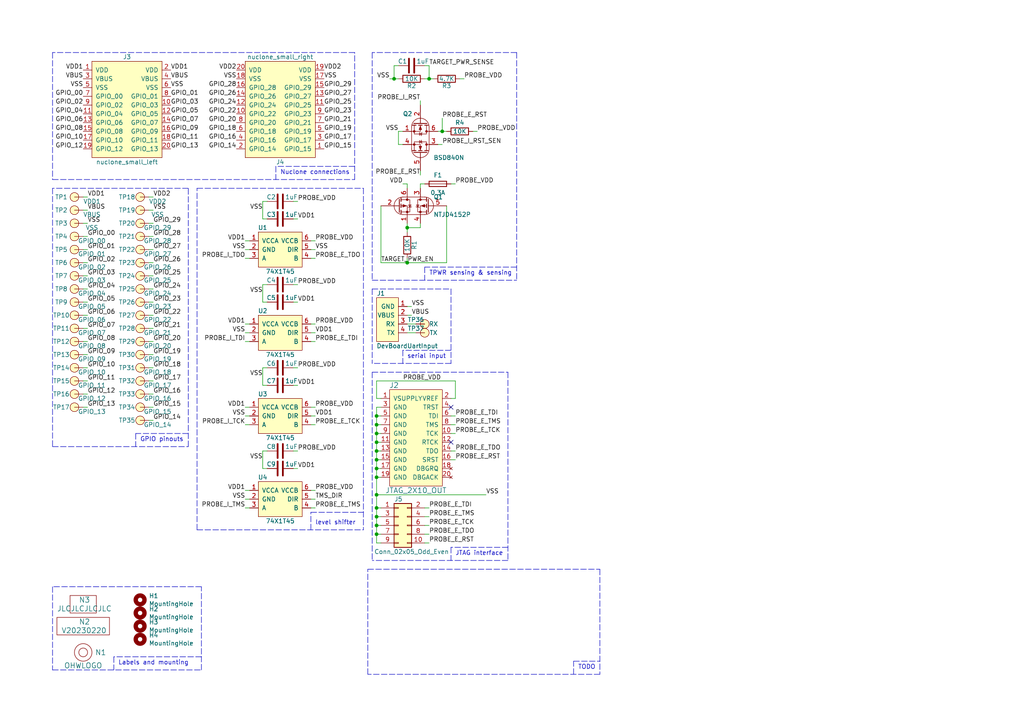
<source format=kicad_sch>
(kicad_sch (version 20211123) (generator eeschema)
  (paper "A4")
  (lib_symbols
    (symbol "Connector_Generic:Conn_02x05_Odd_Even" (pin_names (offset 1.016) hide)
      (property "Reference" "J" (at 1.27 7.62 0))
      (property "Value" "Conn_02x05_Odd_Even" (at 1.27 -7.62 0))
      (symbol "Conn_02x05_Odd_Even_1_1"
        (pin passive line (at -5.08 5.08 0) (length 3.81) (name "Pin_1") (number "1"))
        (pin passive line (at 7.62 -5.08 180) (length 3.81) (name "Pin_10") (number "10"))
        (pin passive line (at 7.62 5.08 180) (length 3.81) (name "Pin_2") (number "2"))
        (pin passive line (at -5.08 2.54 0) (length 3.81) (name "Pin_3") (number "3"))
        (pin passive line (at 7.62 2.54 180) (length 3.81) (name "Pin_4") (number "4"))
        (pin passive line (at -5.08 0 0) (length 3.81) (name "Pin_5") (number "5"))
        (pin passive line (at 7.62 0 180) (length 3.81) (name "Pin_6") (number "6"))
        (pin passive line (at -5.08 -2.54 0) (length 3.81) (name "Pin_7") (number "7"))
        (pin passive line (at 7.62 -2.54 180) (length 3.81) (name "Pin_8") (number "8"))
        (pin passive line (at -5.08 -5.08 0) (length 3.81) (name "Pin_9") (number "9"))
      )
    )
    (symbol "Device:C" (pin_numbers hide) (pin_names (offset 0.254))
      (property "Reference" "C" (at 0.635 2.54 0))
      (property "Value" "C" (at 0.635 -2.54 0))
      (symbol "C_1_1"
        (pin passive line (at 0 3.81 270) (length 2.794) (name "~") (number "1"))
        (pin passive line (at 0 -3.81 90) (length 2.794) (name "~") (number "2"))
      )
    )
    (symbol "Device:Fuse" (pin_numbers hide) (pin_names (offset 0))
      (property "Reference" "F" (at 2.032 0 90))
      (property "Value" "Fuse" (at -1.905 0 90))
      (symbol "Fuse_1_1"
        (pin passive line (at 0 3.81 270) (length 1.27) (name "~") (number "1"))
        (pin passive line (at 0 -3.81 90) (length 1.27) (name "~") (number "2"))
      )
    )
    (symbol "Device:R" (pin_numbers hide) (pin_names (offset 0))
      (property "Reference" "R" (at 2.032 0 90))
      (property "Value" "R" (at 0 0 90))
      (symbol "R_1_1"
        (pin passive line (at 0 3.81 270) (length 1.27) (name "~") (number "1"))
        (pin passive line (at 0 -3.81 90) (length 1.27) (name "~") (number "2"))
      )
    )
    (symbol "Mechanical:MountingHole" (pin_names (offset 1.016))
      (property "Reference" "H" (at 0 5.08 0))
      (property "Value" "MountingHole" (at 0 3.175 0))
    )
    (symbol "SquantorConnectorsNamed:DevBoardUartInput" (pin_names (offset 1.016))
      (property "Reference" "J" (at 0 7.62 0))
      (property "Value" "DevBoardUartInput" (at 0 -7.62 0))
      (symbol "DevBoardUartInput_1_1"
        (pin power_out line (at 5.08 3.81 180) (length 2.54) (name "GND") (number "1"))
        (pin power_out line (at 5.08 1.27 180) (length 2.54) (name "VBUS") (number "2"))
        (pin input line (at 5.08 -1.27 180) (length 2.54) (name "RX") (number "3"))
        (pin output line (at 5.08 -3.81 180) (length 2.54) (name "TX") (number "4"))
      )
    )
    (symbol "SquantorConnectorsNamed:JTAG_2X10_OUT" (pin_names (offset 1.016))
      (property "Reference" "J" (at -2.54 15.24 0))
      (property "Value" "JTAG_2X10_OUT" (at 0 -15.24 0))
      (symbol "JTAG_2X10_OUT_1_1"
        (pin power_in line (at 10.16 11.43 180) (length 2.54) (name "VSUPPLY") (number "1"))
        (pin input line (at -10.16 1.27 0) (length 2.54) (name "TCK") (number "10"))
        (pin power_in line (at 10.16 -1.27 180) (length 2.54) (name "GND") (number "11"))
        (pin output line (at -10.16 -1.27 0) (length 2.54) (name "RTCK") (number "12"))
        (pin power_in line (at 10.16 -3.81 180) (length 2.54) (name "GND") (number "13"))
        (pin output line (at -10.16 -3.81 0) (length 2.54) (name "TDO") (number "14"))
        (pin power_in line (at 10.16 -6.35 180) (length 2.54) (name "GND") (number "15"))
        (pin open_collector line (at -10.16 -6.35 0) (length 2.54) (name "SRST") (number "16"))
        (pin power_in line (at 10.16 -8.89 180) (length 2.54) (name "GND") (number "17"))
        (pin no_connect line (at -10.16 -8.89 0) (length 2.54) (name "DBGRQ") (number "18"))
        (pin power_in line (at 10.16 -11.43 180) (length 2.54) (name "GND") (number "19"))
        (pin power_in line (at -10.16 11.43 0) (length 2.54) (name "VREF") (number "2"))
        (pin no_connect line (at -10.16 -11.43 0) (length 2.54) (name "DBGACK") (number "20"))
        (pin power_in line (at 10.16 8.89 180) (length 2.54) (name "GND") (number "3"))
        (pin open_collector line (at -10.16 8.89 0) (length 2.54) (name "TRST") (number "4"))
        (pin power_in line (at 10.16 6.35 180) (length 2.54) (name "GND") (number "5"))
        (pin input line (at -10.16 6.35 0) (length 2.54) (name "TDI") (number "6"))
        (pin power_in line (at 10.16 3.81 180) (length 2.54) (name "GND") (number "7"))
        (pin bidirectional line (at -10.16 3.81 0) (length 2.54) (name "TMS") (number "8"))
        (pin power_in line (at 10.16 1.27 180) (length 2.54) (name "GND") (number "9"))
      )
    )
    (symbol "SquantorConnectorsNamed:nuclone_small_left" (pin_names (offset 1.016))
      (property "Reference" "J" (at 0 15.24 0))
      (property "Value" "nuclone_small_left" (at 0 -15.24 0))
      (symbol "nuclone_small_left_1_1"
        (pin power_in line (at -12.7 11.43 0) (length 2.54) (name "VDD") (number "1"))
        (pin bidirectional line (at 12.7 1.27 180) (length 2.54) (name "GPIO_03") (number "10"))
        (pin bidirectional line (at -12.7 -1.27 0) (length 2.54) (name "GPIO_04") (number "11"))
        (pin bidirectional line (at 12.7 -1.27 180) (length 2.54) (name "GPIO_05") (number "12"))
        (pin bidirectional line (at -12.7 -3.81 0) (length 2.54) (name "GPIO_06") (number "13"))
        (pin bidirectional line (at 12.7 -3.81 180) (length 2.54) (name "GPIO_07") (number "14"))
        (pin bidirectional line (at -12.7 -6.35 0) (length 2.54) (name "GPIO_08") (number "15"))
        (pin bidirectional line (at 12.7 -6.35 180) (length 2.54) (name "GPIO_09") (number "16"))
        (pin bidirectional line (at -12.7 -8.89 0) (length 2.54) (name "GPIO_10") (number "17"))
        (pin bidirectional line (at 12.7 -8.89 180) (length 2.54) (name "GPIO_11") (number "18"))
        (pin bidirectional line (at -12.7 -11.43 0) (length 2.54) (name "GPIO_12") (number "19"))
        (pin power_in line (at 12.7 11.43 180) (length 2.54) (name "VDD") (number "2"))
        (pin bidirectional line (at 12.7 -11.43 180) (length 2.54) (name "GPIO_13") (number "20"))
        (pin power_in line (at -12.7 8.89 0) (length 2.54) (name "VBUS") (number "3"))
        (pin power_in line (at 12.7 8.89 180) (length 2.54) (name "VBUS") (number "4"))
        (pin power_in line (at -12.7 6.35 0) (length 2.54) (name "VSS") (number "5"))
        (pin power_in line (at 12.7 6.35 180) (length 2.54) (name "VSS") (number "6"))
        (pin bidirectional line (at -12.7 3.81 0) (length 2.54) (name "GPIO_00") (number "7"))
        (pin bidirectional line (at 12.7 3.81 180) (length 2.54) (name "GPIO_01") (number "8"))
        (pin bidirectional line (at -12.7 1.27 0) (length 2.54) (name "GPIO_02") (number "9"))
      )
    )
    (symbol "SquantorConnectorsNamed:nuclone_small_right" (pin_names (offset 1.016))
      (property "Reference" "J" (at 0 -15.24 0))
      (property "Value" "nuclone_small_right" (at 0 15.24 0))
      (symbol "nuclone_small_right_1_1"
        (pin bidirectional line (at 12.7 -11.43 180) (length 2.54) (name "GPIO_15") (number "1"))
        (pin bidirectional line (at -12.7 -1.27 0) (length 2.54) (name "GPIO_22") (number "10"))
        (pin bidirectional line (at 12.7 1.27 180) (length 2.54) (name "GPIO_25") (number "11"))
        (pin bidirectional line (at -12.7 1.27 0) (length 2.54) (name "GPIO_24") (number "12"))
        (pin bidirectional line (at 12.7 3.81 180) (length 2.54) (name "GPIO_27") (number "13"))
        (pin bidirectional line (at -12.7 3.81 0) (length 2.54) (name "GPIO_26") (number "14"))
        (pin bidirectional line (at 12.7 6.35 180) (length 2.54) (name "GPIO_29") (number "15"))
        (pin bidirectional line (at -12.7 6.35 0) (length 2.54) (name "GPIO_28") (number "16"))
        (pin power_in line (at 12.7 8.89 180) (length 2.54) (name "VSS") (number "17"))
        (pin power_in line (at -12.7 8.89 0) (length 2.54) (name "VSS") (number "18"))
        (pin power_in line (at 12.7 11.43 180) (length 2.54) (name "VDD") (number "19"))
        (pin bidirectional line (at -12.7 -11.43 0) (length 2.54) (name "GPIO_14") (number "2"))
        (pin power_in line (at -12.7 11.43 0) (length 2.54) (name "VDD") (number "20"))
        (pin bidirectional line (at 12.7 -8.89 180) (length 2.54) (name "GPIO_17") (number "3"))
        (pin bidirectional line (at -12.7 -8.89 0) (length 2.54) (name "GPIO_16") (number "4"))
        (pin bidirectional line (at 12.7 -6.35 180) (length 2.54) (name "GPIO_19") (number "5"))
        (pin bidirectional line (at -12.7 -6.35 0) (length 2.54) (name "GPIO_18") (number "6"))
        (pin bidirectional line (at 12.7 -3.81 180) (length 2.54) (name "GPIO_21") (number "7"))
        (pin bidirectional line (at -12.7 -3.81 0) (length 2.54) (name "GPIO_20") (number "8"))
        (pin bidirectional line (at 12.7 -1.27 180) (length 2.54) (name "GPIO_23") (number "9"))
      )
    )
    (symbol "SquantorDevice:Q_NMOS_DUAL" (pin_names (offset 0) hide)
      (property "Reference" "Q" (at 5.08 3.81 0))
      (property "Value" "Q_NMOS_DUAL" (at 5.08 -3.81 0))
      (symbol "Q_NMOS_DUAL_1_1"
        (pin passive line (at -1.27 -5.08 90) (length 2.54) (name "S1") (number "1"))
        (pin input line (at -8.89 0 0) (length 5.08) (name "G1") (number "2"))
        (pin passive line (at 2.54 5.08 270) (length 2.54) (name "D2") (number "3"))
        (pin passive line (at 2.54 -5.08 90) (length 2.54) (name "S2") (number "4"))
        (pin passive line (at 10.16 0 180) (length 5.08) (name "G2") (number "5"))
        (pin passive line (at -1.27 5.08 270) (length 2.54) (name "D1") (number "6"))
      )
    )
    (symbol "SquantorDevice:Q_PMOS_DUAL" (pin_names (offset 0) hide)
      (property "Reference" "Q" (at 6.35 2.54 0))
      (property "Value" "Q_PMOS_DUAL" (at 6.35 -2.54 0))
      (symbol "Q_PMOS_DUAL_1_1"
        (pin passive line (at -1.27 -5.08 90) (length 2.54) (name "S1") (number "1"))
        (pin input line (at -8.89 0 0) (length 5.08) (name "G1") (number "2"))
        (pin passive line (at 2.54 5.08 270) (length 2.54) (name "D2") (number "3"))
        (pin passive line (at 2.54 -5.08 90) (length 2.54) (name "S2") (number "4"))
        (pin input line (at 10.16 0 180) (length 5.08) (name "G2") (number "5"))
        (pin passive line (at -1.27 5.08 270) (length 2.54) (name "D1") (number "6"))
      )
    )
    (symbol "SquantorLabels:Label" (pin_names (offset 1.016))
      (property "Reference" "N" (at 0 1.27 0))
      (property "Value" "Label" (at 0 -1.27 0))
    )
    (symbol "SquantorLabels:OHWLOGO" (pin_names (offset 1.016))
      (property "Reference" "N" (at 0 3.81 0))
      (property "Value" "OHWLOGO" (at 0 -3.81 0))
    )
    (symbol "SquantorLabels:VYYYYMMDD" (pin_names (offset 1.016))
      (property "Reference" "N" (at 0 2.54 0))
      (property "Value" "VYYYYMMDD" (at 0 0 0))
    )
    (symbol "SquantorLogic:74X1T45" (pin_names (offset 1.016))
      (property "Reference" "U" (at 0 6.35 0))
      (property "Value" "74X1T45" (at 0 -6.35 0))
      (symbol "74X1T45_1_1"
        (pin power_in line (at -8.89 2.54 0) (length 2.54) (name "VCCA") (number "1"))
        (pin power_in line (at -8.89 0 0) (length 2.54) (name "GND") (number "2"))
        (pin bidirectional line (at -8.89 -2.54 0) (length 2.54) (name "A") (number "3"))
        (pin bidirectional line (at 8.89 -2.54 180) (length 2.54) (name "B") (number "4"))
        (pin input line (at 8.89 0 180) (length 2.54) (name "DIR") (number "5"))
        (pin power_in line (at 8.89 2.54 180) (length 2.54) (name "VCCB") (number "6"))
      )
    )
    (symbol "SquantorProto:testpad" (pin_numbers hide) (pin_names (offset 1.016) hide)
      (property "Reference" "TP" (at 0 2.54 0))
      (property "Value" "testpad" (at 0 -2.54 0))
      (symbol "testpad_1_1"
        (pin passive line (at -2.54 0 0) (length 2.54) (name "1") (number "1"))
      )
    )
  )
  (junction (at 109.22 120.65))
  (junction (at 114.3 22.86))
  (junction (at 118.11 76.2))
  (junction (at 124.46 22.86))
  (junction (at 109.22 133.35))
  (junction (at 118.11 66.04))
  (junction (at 109.22 130.81))
  (junction (at 109.22 147.32))
  (junction (at 109.22 135.89))
  (junction (at 109.22 123.19))
  (junction (at 109.22 143.51))
  (junction (at 109.22 125.73))
  (junction (at 109.22 152.4))
  (junction (at 128.27 38.1))
  (junction (at 109.22 138.43))
  (junction (at 109.22 149.86))
  (junction (at 109.22 154.94))
  (junction (at 109.22 128.27))
  (no_connect (at 130.81 118.11))
  (no_connect (at 130.81 128.27))
  (wire (pts (xy 85.09 58.42) (xy 86.36 58.42)))
  (wire (pts (xy 24.13 102.87) (xy 25.4 102.87)))
  (wire (pts (xy 123.19 157.48) (xy 124.46 157.48)))
  (wire (pts (xy 90.17 99.06) (xy 91.44 99.06)))
  (wire (pts (xy 109.22 135.89) (xy 109.22 138.43)))
  (wire (pts (xy 118.11 93.98) (xy 120.65 93.98)))
  (wire (pts (xy 90.17 72.39) (xy 91.44 72.39)))
  (polyline (pts (xy 39.37 125.73) (xy 39.37 129.54)))
  (wire (pts (xy 24.13 60.96) (xy 25.4 60.96)))
  (wire (pts (xy 24.13 110.49) (xy 25.4 110.49)))
  (wire (pts (xy 124.46 22.86) (xy 123.19 22.86)))
  (wire (pts (xy 90.17 93.98) (xy 91.44 93.98)))
  (polyline (pts (xy 102.87 15.24) (xy 15.24 15.24)))
  (wire (pts (xy 90.17 144.78) (xy 91.44 144.78)))
  (wire (pts (xy 121.92 54.61) (xy 121.92 53.34)))
  (wire (pts (xy 44.45 68.58) (xy 43.18 68.58)))
  (wire (pts (xy 109.22 128.27) (xy 110.49 128.27)))
  (wire (pts (xy 109.22 147.32) (xy 109.22 149.86)))
  (wire (pts (xy 25.4 64.77) (xy 24.13 64.77)))
  (wire (pts (xy 109.22 149.86) (xy 109.22 152.4)))
  (polyline (pts (xy 105.41 54.61) (xy 105.41 153.67)))
  (wire (pts (xy 25.4 106.68) (xy 24.13 106.68)))
  (wire (pts (xy 109.22 120.65) (xy 109.22 118.11)))
  (wire (pts (xy 43.18 102.87) (xy 44.45 102.87)))
  (wire (pts (xy 114.3 19.05) (xy 114.3 22.86)))
  (polyline (pts (xy 58.42 194.31) (xy 58.42 170.18)))
  (wire (pts (xy 110.49 76.2) (xy 118.11 76.2)))
  (wire (pts (xy 44.45 118.11) (xy 43.18 118.11)))
  (wire (pts (xy 109.22 133.35) (xy 109.22 130.81)))
  (polyline (pts (xy 54.61 129.54) (xy 54.61 54.61)))
  (polyline (pts (xy 149.86 77.47) (xy 123.19 77.47)))
  (wire (pts (xy 71.12 120.65) (xy 72.39 120.65)))
  (polyline (pts (xy 107.95 83.82) (xy 107.95 105.41)))
  (wire (pts (xy 76.2 87.63) (xy 77.47 87.63)))
  (wire (pts (xy 118.11 96.52) (xy 120.65 96.52)))
  (wire (pts (xy 76.2 135.89) (xy 77.47 135.89)))
  (wire (pts (xy 130.81 125.73) (xy 132.08 125.73)))
  (wire (pts (xy 25.4 114.3) (xy 24.13 114.3)))
  (polyline (pts (xy 54.61 125.73) (xy 39.37 125.73)))
  (wire (pts (xy 109.22 128.27) (xy 109.22 125.73)))
  (wire (pts (xy 130.81 120.65) (xy 132.08 120.65)))
  (polyline (pts (xy 15.24 129.54) (xy 54.61 129.54)))
  (wire (pts (xy 71.12 123.19) (xy 72.39 123.19)))
  (wire (pts (xy 25.4 76.2) (xy 24.13 76.2)))
  (polyline (pts (xy 90.17 153.67) (xy 90.17 148.59)))
  (wire (pts (xy 109.22 154.94) (xy 110.49 154.94)))
  (wire (pts (xy 109.22 125.73) (xy 110.49 125.73)))
  (polyline (pts (xy 102.87 48.26) (xy 80.01 48.26)))
  (wire (pts (xy 109.22 143.51) (xy 109.22 138.43)))
  (wire (pts (xy 76.2 106.68) (xy 76.2 111.76)))
  (wire (pts (xy 85.09 135.89) (xy 86.36 135.89)))
  (wire (pts (xy 109.22 152.4) (xy 110.49 152.4)))
  (wire (pts (xy 77.47 82.55) (xy 76.2 82.55)))
  (wire (pts (xy 130.81 130.81) (xy 132.08 130.81)))
  (wire (pts (xy 109.22 157.48) (xy 110.49 157.48)))
  (wire (pts (xy 109.22 123.19) (xy 110.49 123.19)))
  (wire (pts (xy 118.11 76.2) (xy 129.54 76.2)))
  (polyline (pts (xy 130.81 158.75) (xy 130.81 162.56)))
  (wire (pts (xy 109.22 135.89) (xy 110.49 135.89)))
  (wire (pts (xy 76.2 82.55) (xy 76.2 87.63)))
  (polyline (pts (xy 106.68 165.1) (xy 173.99 165.1)))
  (polyline (pts (xy 54.61 54.61) (xy 15.24 54.61)))
  (wire (pts (xy 76.2 58.42) (xy 76.2 63.5)))
  (wire (pts (xy 121.92 49.53) (xy 121.92 50.8)))
  (wire (pts (xy 109.22 133.35) (xy 110.49 133.35)))
  (polyline (pts (xy 57.15 54.61) (xy 105.41 54.61)))
  (polyline (pts (xy 123.19 77.47) (xy 123.19 81.28)))
  (wire (pts (xy 118.11 88.9) (xy 119.38 88.9)))
  (polyline (pts (xy 173.99 165.1) (xy 173.99 195.58)))
  (wire (pts (xy 24.13 95.25) (xy 25.4 95.25)))
  (wire (pts (xy 123.19 147.32) (xy 124.46 147.32)))
  (wire (pts (xy 123.19 154.94) (xy 124.46 154.94)))
  (wire (pts (xy 115.57 41.91) (xy 116.84 41.91)))
  (wire (pts (xy 123.19 152.4) (xy 124.46 152.4)))
  (wire (pts (xy 109.22 143.51) (xy 109.22 147.32)))
  (polyline (pts (xy 107.95 107.95) (xy 107.95 162.56)))
  (wire (pts (xy 132.08 53.34) (xy 130.81 53.34)))
  (wire (pts (xy 85.09 111.76) (xy 86.36 111.76)))
  (wire (pts (xy 109.22 138.43) (xy 110.49 138.43)))
  (polyline (pts (xy 15.24 170.18) (xy 15.24 194.31)))
  (polyline (pts (xy 15.24 54.61) (xy 15.24 129.54)))
  (wire (pts (xy 90.17 147.32) (xy 91.44 147.32)))
  (wire (pts (xy 130.81 123.19) (xy 132.08 123.19)))
  (wire (pts (xy 116.84 38.1) (xy 115.57 38.1)))
  (wire (pts (xy 115.57 22.86) (xy 114.3 22.86)))
  (wire (pts (xy 85.09 63.5) (xy 86.36 63.5)))
  (polyline (pts (xy 58.42 170.18) (xy 15.24 170.18)))
  (wire (pts (xy 44.45 99.06) (xy 43.18 99.06)))
  (wire (pts (xy 71.12 144.78) (xy 72.39 144.78)))
  (wire (pts (xy 76.2 111.76) (xy 77.47 111.76)))
  (wire (pts (xy 110.49 115.57) (xy 109.22 115.57)))
  (wire (pts (xy 90.17 142.24) (xy 91.44 142.24)))
  (wire (pts (xy 90.17 123.19) (xy 91.44 123.19)))
  (wire (pts (xy 118.11 74.93) (xy 118.11 76.2)))
  (wire (pts (xy 118.11 66.04) (xy 118.11 67.31)))
  (wire (pts (xy 44.45 106.68) (xy 43.18 106.68)))
  (wire (pts (xy 85.09 87.63) (xy 86.36 87.63)))
  (wire (pts (xy 43.18 72.39) (xy 44.45 72.39)))
  (wire (pts (xy 132.08 115.57) (xy 130.81 115.57)))
  (wire (pts (xy 43.18 80.01) (xy 44.45 80.01)))
  (wire (pts (xy 118.11 64.77) (xy 118.11 66.04)))
  (wire (pts (xy 109.22 135.89) (xy 109.22 133.35)))
  (wire (pts (xy 137.16 38.1) (xy 138.43 38.1)))
  (wire (pts (xy 109.22 118.11) (xy 110.49 118.11)))
  (wire (pts (xy 116.84 53.34) (xy 118.11 53.34)))
  (wire (pts (xy 123.19 19.05) (xy 124.46 19.05)))
  (wire (pts (xy 118.11 53.34) (xy 118.11 54.61)))
  (wire (pts (xy 24.13 72.39) (xy 25.4 72.39)))
  (wire (pts (xy 25.4 99.06) (xy 24.13 99.06)))
  (wire (pts (xy 43.18 121.92) (xy 44.45 121.92)))
  (wire (pts (xy 71.12 93.98) (xy 72.39 93.98)))
  (wire (pts (xy 43.18 114.3) (xy 44.45 114.3)))
  (wire (pts (xy 90.17 120.65) (xy 91.44 120.65)))
  (wire (pts (xy 125.73 22.86) (xy 124.46 22.86)))
  (wire (pts (xy 114.3 19.05) (xy 115.57 19.05)))
  (polyline (pts (xy 116.84 101.6) (xy 116.84 105.41)))
  (polyline (pts (xy 15.24 194.31) (xy 58.42 194.31)))
  (polyline (pts (xy 149.86 15.24) (xy 149.86 81.28)))
  (wire (pts (xy 44.45 60.96) (xy 43.18 60.96)))
  (polyline (pts (xy 80.01 48.26) (xy 80.01 52.07)))
  (wire (pts (xy 77.47 130.81) (xy 76.2 130.81)))
  (polyline (pts (xy 107.95 81.28) (xy 149.86 81.28)))
  (wire (pts (xy 71.12 142.24) (xy 72.39 142.24)))
  (polyline (pts (xy 102.87 52.07) (xy 102.87 15.24)))
  (wire (pts (xy 24.13 87.63) (xy 25.4 87.63)))
  (wire (pts (xy 118.11 66.04) (xy 121.92 66.04)))
  (polyline (pts (xy 57.15 153.67) (xy 105.41 153.67)))
  (wire (pts (xy 24.13 118.11) (xy 25.4 118.11)))
  (wire (pts (xy 121.92 66.04) (xy 121.92 64.77)))
  (polyline (pts (xy 130.81 101.6) (xy 116.84 101.6)))
  (wire (pts (xy 85.09 130.81) (xy 86.36 130.81)))
  (wire (pts (xy 44.45 91.44) (xy 43.18 91.44)))
  (polyline (pts (xy 15.24 15.24) (xy 15.24 52.07)))
  (polyline (pts (xy 15.24 52.07) (xy 102.87 52.07)))
  (wire (pts (xy 71.12 147.32) (xy 72.39 147.32)))
  (wire (pts (xy 43.18 95.25) (xy 44.45 95.25)))
  (wire (pts (xy 90.17 69.85) (xy 91.44 69.85)))
  (wire (pts (xy 85.09 106.68) (xy 86.36 106.68)))
  (polyline (pts (xy 147.32 162.56) (xy 107.95 162.56)))
  (wire (pts (xy 90.17 118.11) (xy 91.44 118.11)))
  (wire (pts (xy 130.81 133.35) (xy 132.08 133.35)))
  (polyline (pts (xy 106.68 195.58) (xy 106.68 165.1)))
  (wire (pts (xy 140.97 143.51) (xy 109.22 143.51)))
  (wire (pts (xy 132.08 110.49) (xy 132.08 115.57)))
  (wire (pts (xy 25.4 57.15) (xy 24.13 57.15)))
  (wire (pts (xy 109.22 149.86) (xy 110.49 149.86)))
  (wire (pts (xy 128.27 41.91) (xy 127 41.91)))
  (wire (pts (xy 128.27 38.1) (xy 127 38.1)))
  (wire (pts (xy 109.22 123.19) (xy 109.22 120.65)))
  (polyline (pts (xy 147.32 158.75) (xy 130.81 158.75)))
  (wire (pts (xy 71.12 74.93) (xy 72.39 74.93)))
  (polyline (pts (xy 147.32 107.95) (xy 147.32 162.56)))
  (wire (pts (xy 71.12 96.52) (xy 72.39 96.52)))
  (polyline (pts (xy 166.37 195.58) (xy 166.37 191.77)))
  (wire (pts (xy 71.12 118.11) (xy 72.39 118.11)))
  (wire (pts (xy 109.22 147.32) (xy 110.49 147.32)))
  (wire (pts (xy 123.19 149.86) (xy 124.46 149.86)))
  (wire (pts (xy 109.22 110.49) (xy 132.08 110.49)))
  (wire (pts (xy 109.22 130.81) (xy 109.22 128.27)))
  (wire (pts (xy 43.18 57.15) (xy 44.45 57.15)))
  (wire (pts (xy 90.17 74.93) (xy 91.44 74.93)))
  (polyline (pts (xy 58.42 190.5) (xy 33.02 190.5)))
  (wire (pts (xy 109.22 152.4) (xy 109.22 154.94)))
  (wire (pts (xy 25.4 68.58) (xy 24.13 68.58)))
  (wire (pts (xy 71.12 99.06) (xy 72.39 99.06)))
  (wire (pts (xy 115.57 38.1) (xy 115.57 41.91)))
  (wire (pts (xy 25.4 83.82) (xy 24.13 83.82)))
  (wire (pts (xy 128.27 34.29) (xy 128.27 38.1)))
  (wire (pts (xy 109.22 154.94) (xy 109.22 157.48)))
  (wire (pts (xy 76.2 130.81) (xy 76.2 135.89)))
  (wire (pts (xy 77.47 106.68) (xy 76.2 106.68)))
  (polyline (pts (xy 107.95 107.95) (xy 147.32 107.95)))
  (wire (pts (xy 109.22 125.73) (xy 109.22 123.19)))
  (wire (pts (xy 133.35 22.86) (xy 134.62 22.86)))
  (polyline (pts (xy 90.17 148.59) (xy 105.41 148.59)))
  (wire (pts (xy 109.22 130.81) (xy 110.49 130.81)))
  (wire (pts (xy 109.22 120.65) (xy 110.49 120.65)))
  (wire (pts (xy 121.92 30.48) (xy 121.92 29.21)))
  (polyline (pts (xy 130.81 83.82) (xy 130.81 105.41)))
  (wire (pts (xy 25.4 91.44) (xy 24.13 91.44)))
  (wire (pts (xy 85.09 82.55) (xy 86.36 82.55)))
  (wire (pts (xy 43.18 110.49) (xy 44.45 110.49)))
  (wire (pts (xy 109.22 115.57) (xy 109.22 110.49)))
  (polyline (pts (xy 107.95 15.24) (xy 107.95 81.28)))
  (wire (pts (xy 43.18 87.63) (xy 44.45 87.63)))
  (polyline (pts (xy 173.99 195.58) (xy 106.68 195.58)))
  (wire (pts (xy 110.49 76.2) (xy 110.49 59.69)))
  (wire (pts (xy 77.47 58.42) (xy 76.2 58.42)))
  (wire (pts (xy 90.17 96.52) (xy 91.44 96.52)))
  (wire (pts (xy 44.45 83.82) (xy 43.18 83.82)))
  (polyline (pts (xy 107.95 83.82) (xy 130.81 83.82)))
  (wire (pts (xy 24.13 80.01) (xy 25.4 80.01)))
  (wire (pts (xy 129.54 76.2) (xy 129.54 59.69)))
  (wire (pts (xy 43.18 64.77) (xy 44.45 64.77)))
  (wire (pts (xy 124.46 19.05) (xy 124.46 22.86)))
  (wire (pts (xy 129.54 38.1) (xy 128.27 38.1)))
  (wire (pts (xy 76.2 63.5) (xy 77.47 63.5)))
  (wire (pts (xy 44.45 76.2) (xy 43.18 76.2)))
  (polyline (pts (xy 57.15 153.67) (xy 57.15 54.61)))
  (polyline (pts (xy 130.81 105.41) (xy 107.95 105.41)))
  (polyline (pts (xy 149.86 15.24) (xy 107.95 15.24)))
  (polyline (pts (xy 33.02 190.5) (xy 33.02 194.31)))
  (wire (pts (xy 118.11 91.44) (xy 119.38 91.44)))
  (wire (pts (xy 114.3 22.86) (xy 113.03 22.86)))
  (polyline (pts (xy 166.37 191.77) (xy 173.99 191.77)))
  (wire (pts (xy 71.12 72.39) (xy 72.39 72.39)))
  (wire (pts (xy 121.92 53.34) (xy 123.19 53.34)))
  (wire (pts (xy 71.12 69.85) (xy 72.39 69.85)))
  (text "JTAG interface" (at 132.08 161.29 0) (effects (font (size 1.27 1.27)) (justify left bottom)))
  (text "Nuclone connections" (at 81.28 50.8 0) (effects (font (size 1.27 1.27)) (justify left bottom)))
  (text "TODO" (at 167.64 194.31 0) (effects (font (size 1.27 1.27)) (justify left bottom)))
  (text "level shifter" (at 91.44 152.4 0) (effects (font (size 1.27 1.27)) (justify left bottom)))
  (text "serial input" (at 118.11 104.14 0) (effects (font (size 1.27 1.27)) (justify left bottom)))
  (text "TPWR sensing & sensing" (at 124.46 80.01 0) (effects (font (size 1.27 1.27)) (justify left bottom)))
  (text "Labels and mounting" (at 34.29 193.04 0) (effects (font (size 1.27 1.27)) (justify left bottom)))
  (text "GPIO pinouts" (at 40.64 128.27 0) (effects (font (size 1.27 1.27)) (justify left bottom)))
  (label "PROBE_I_TDO" (at 71.12 74.93 180))
  (label "VBUS" (at 49.53 22.86 0))
  (label "VDD1" (at 71.12 142.24 180))
  (label "GPIO_08" (at 25.4 99.06 0))
  (label "GPIO_24" (at 44.45 83.82 0))
  (label "GPIO_02" (at 25.4 76.2 0))
  (label "VDD1" (at 71.12 118.11 180))
  (label "GPIO_05" (at 49.53 33.02 0))
  (label "PROBE_E_TDO" (at 91.44 74.93 0))
  (label "VDD1" (at 86.36 135.89 0))
  (label "VSS" (at 93.98 22.86 0))
  (label "PROBE_E_RST" (at 124.46 157.48 0))
  (label "VDD2" (at 44.45 57.15 0))
  (label "VSS" (at 71.12 72.39 180))
  (label "VDD1" (at 91.44 96.52 0))
  (label "PROBE_E_TMS" (at 124.46 149.86 0))
  (label "VDD" (at 116.84 53.34 180))
  (label "VSS" (at 76.2 60.96 180))
  (label "GPIO_27" (at 93.98 27.94 0))
  (label "GPIO_12" (at 25.4 114.3 0))
  (label "PROBE_E_RST" (at 132.08 133.35 0))
  (label "VSS" (at 71.12 96.52 180))
  (label "GPIO_11" (at 25.4 110.49 0))
  (label "VSS" (at 71.12 120.65 180))
  (label "GPIO_20" (at 68.58 35.56 180))
  (label "GPIO_16" (at 68.58 40.64 180))
  (label "VDD2" (at 93.98 20.32 0))
  (label "VSS" (at 115.57 38.1 180))
  (label "VDD1" (at 91.44 120.65 0))
  (label "PROBE_VDD" (at 138.43 38.1 0))
  (label "GPIO_23" (at 93.98 33.02 0))
  (label "PROBE_I_RST_SEN" (at 128.27 41.91 0))
  (label "GPIO_04" (at 25.4 83.82 0))
  (label "PROBE_VDD" (at 86.36 130.81 0))
  (label "PROBE_E_TDI" (at 132.08 120.65 0))
  (label "VSS" (at 49.53 25.4 0))
  (label "GPIO_15" (at 93.98 43.18 0))
  (label "VSS" (at 76.2 133.35 180))
  (label "VSS" (at 113.03 22.86 180))
  (label "GPIO_09" (at 49.53 38.1 0))
  (label "GPIO_26" (at 44.45 76.2 0))
  (label "GPIO_03" (at 25.4 80.01 0))
  (label "GPIO_12" (at 24.13 43.18 180))
  (label "GPIO_22" (at 44.45 91.44 0))
  (label "GPIO_22" (at 68.58 33.02 180))
  (label "GPIO_26" (at 68.58 27.94 180))
  (label "VDD1" (at 71.12 69.85 180))
  (label "GPIO_06" (at 24.13 35.56 180))
  (label "TARGET_PWR_EN" (at 110.49 76.2 0))
  (label "TMS_DIR" (at 91.44 144.78 0))
  (label "PROBE_E_TCK" (at 124.46 152.4 0))
  (label "GPIO_19" (at 93.98 38.1 0))
  (label "VDD1" (at 49.53 20.32 0))
  (label "GPIO_29" (at 93.98 25.4 0))
  (label "GPIO_19" (at 44.45 102.87 0))
  (label "VDD1" (at 24.13 20.32 180))
  (label "VDD1" (at 25.4 57.15 0))
  (label "VBUS" (at 24.13 22.86 180))
  (label "GPIO_00" (at 24.13 27.94 180))
  (label "PROBE_VDD" (at 91.44 69.85 0))
  (label "GPIO_07" (at 25.4 95.25 0))
  (label "GPIO_27" (at 44.45 72.39 0))
  (label "GPIO_16" (at 44.45 114.3 0))
  (label "VDD2" (at 68.58 20.32 180))
  (label "GPIO_04" (at 24.13 33.02 180))
  (label "PROBE_E_TCK" (at 132.08 125.73 0))
  (label "PROBE_VDD" (at 91.44 142.24 0))
  (label "PROBE_E_TDI" (at 124.46 147.32 0))
  (label "GPIO_03" (at 49.53 30.48 0))
  (label "GPIO_21" (at 93.98 35.56 0))
  (label "GPIO_20" (at 44.45 99.06 0))
  (label "VSS" (at 76.2 109.22 180))
  (label "GPIO_10" (at 24.13 40.64 180))
  (label "VDD1" (at 86.36 63.5 0))
  (label "PROBE_I_TDI" (at 71.12 99.06 180))
  (label "PROBE_VDD" (at 86.36 58.42 0))
  (label "VDD1" (at 86.36 87.63 0))
  (label "VBUS" (at 25.4 60.96 0))
  (label "GPIO_29" (at 44.45 64.77 0))
  (label "GPIO_18" (at 68.58 38.1 180))
  (label "PROBE_E_RST" (at 128.27 34.29 0))
  (label "PROBE_E_TDO" (at 124.46 154.94 0))
  (label "PROBE_I_TCK" (at 71.12 123.19 180))
  (label "GPIO_25" (at 44.45 80.01 0))
  (label "VSS" (at 25.4 64.77 0))
  (label "GPIO_01" (at 25.4 72.39 0))
  (label "VSS" (at 119.38 88.9 0))
  (label "GPIO_09" (at 25.4 102.87 0))
  (label "VSS" (at 91.44 72.39 0))
  (label "PROBE_I_RST" (at 121.92 29.21 180))
  (label "GPIO_23" (at 44.45 87.63 0))
  (label "GPIO_10" (at 25.4 106.68 0))
  (label "GPIO_28" (at 68.58 25.4 180))
  (label "PROBE_E_TMS" (at 132.08 123.19 0))
  (label "GPIO_05" (at 25.4 87.63 0))
  (label "GPIO_24" (at 68.58 30.48 180))
  (label "PROBE_E_TCK" (at 91.44 123.19 0))
  (label "PROBE_E_TDO" (at 132.08 130.81 0))
  (label "PROBE_I_TMS" (at 71.12 147.32 180))
  (label "VSS" (at 140.97 143.51 0))
  (label "GPIO_21" (at 44.45 95.25 0))
  (label "PROBE_E_TDI" (at 91.44 99.06 0))
  (label "GPIO_08" (at 24.13 38.1 180))
  (label "VSS" (at 24.13 25.4 180))
  (label "GPIO_17" (at 44.45 110.49 0))
  (label "PROBE_VDD" (at 86.36 106.68 0))
  (label "VSS" (at 68.58 22.86 180))
  (label "PROBE_VDD" (at 91.44 93.98 0))
  (label "GPIO_25" (at 93.98 30.48 0))
  (label "PROBE_E_RST" (at 121.92 50.8 180))
  (label "PROBE_VDD" (at 134.62 22.86 0))
  (label "GPIO_14" (at 44.45 121.92 0))
  (label "GPIO_06" (at 25.4 91.44 0))
  (label "GPIO_14" (at 68.58 43.18 180))
  (label "GPIO_18" (at 44.45 106.68 0))
  (label "GPIO_15" (at 44.45 118.11 0))
  (label "PROBE_VDD" (at 91.44 118.11 0))
  (label "VSS" (at 76.2 85.09 180))
  (label "GPIO_02" (at 24.13 30.48 180))
  (label "PROBE_E_TMS" (at 91.44 147.32 0))
  (label "GPIO_11" (at 49.53 40.64 0))
  (label "GPIO_01" (at 49.53 27.94 0))
  (label "GPIO_13" (at 25.4 118.11 0))
  (label "VDD1" (at 71.12 93.98 180))
  (label "GPIO_17" (at 93.98 40.64 0))
  (label "GPIO_28" (at 44.45 68.58 0))
  (label "VDD1" (at 86.36 111.76 0))
  (label "VBUS" (at 119.38 91.44 0))
  (label "TARGET_PWR_SENSE" (at 124.46 19.05 0))
  (label "GPIO_13" (at 49.53 43.18 0))
  (label "PROBE_VDD" (at 116.84 110.49 0))
  (label "GPIO_07" (at 49.53 35.56 0))
  (label "PROBE_VDD" (at 86.36 82.55 0))
  (label "VSS" (at 71.12 144.78 180))
  (label "PROBE_VDD" (at 132.08 53.34 0))
  (label "GPIO_00" (at 25.4 68.58 0))
  (label "VSS" (at 44.45 60.96 0))
  (symbol (lib_id "SquantorLabels:OHWLOGO") (at 24.13 189.23 0) (unit 1)
    (property "Reference" "N1" (at 29.21 189.23 0) (effects (font (size 1.524 1.524))))
    (property "Value" "OHWLOGO" (at 24.13 193.04 0) (effects (font (size 1.524 1.524))))
    (property "Footprint" "Symbols:OSHW-Symbol_6.7x6mm_SilkScreen" (effects hide))
  )
  (symbol (lib_id "Mechanical:MountingHole") (at 40.64 185.42 0) (unit 1)
    (property "Reference" "H4" (at 43.18 184.2516 0) (effects (justify left)))
    (property "Value" "MountingHole" (at 43.18 186.563 0) (effects (justify left)))
    (property "Footprint" "MountingHole:MountingHole_3.2mm_M3_Pad_Via" (effects hide))
  )
  (symbol (lib_id "Mechanical:MountingHole") (at 40.64 181.61 0) (unit 1)
    (property "Reference" "H3" (at 43.18 180.4416 0) (effects (justify left)))
    (property "Value" "MountingHole" (at 43.18 182.753 0) (effects (justify left)))
    (property "Footprint" "MountingHole:MountingHole_3.2mm_M3_Pad_Via" (effects hide))
  )
  (symbol (lib_id "Mechanical:MountingHole") (at 40.64 177.8 0) (unit 1)
    (property "Reference" "H2" (at 43.18 176.6316 0) (effects (justify left)))
    (property "Value" "MountingHole" (at 43.18 178.943 0) (effects (justify left)))
    (property "Footprint" "MountingHole:MountingHole_3.2mm_M3_Pad_Via" (effects hide))
  )
  (symbol (lib_id "Mechanical:MountingHole") (at 40.64 173.99 0) (unit 1)
    (property "Reference" "H1" (at 43.18 172.8216 0) (effects (justify left)))
    (property "Value" "MountingHole" (at 43.18 175.133 0) (effects (justify left)))
    (property "Footprint" "MountingHole:MountingHole_3.2mm_M3_Pad_Via" (effects hide))
  )
  (symbol (lib_id "SquantorLabels:VYYYYMMDD") (at 24.13 182.88 0) (unit 1)
    (property "Reference" "N2" (at 22.86 180.34 0) (effects (font (size 1.524 1.524)) (justify left)))
    (property "Value" "V20230220" (at 17.78 182.88 0) (effects (font (size 1.524 1.524)) (justify left)))
    (property "Footprint" "SquantorLabels:Label_Generic" (effects hide))
  )
  (symbol (lib_id "SquantorConnectorsNamed:nuclone_small_left") (at 36.83 31.75 0) (unit 1)
    (property "Reference" "J3" (at 36.83 16.51 0))
    (property "Value" "nuclone_small_left" (at 36.83 46.99 0))
    (property "Footprint" "SquantorConnectorsNamed:nuclone_small_left_stacked" (effects hide))
  )
  (symbol (lib_id "SquantorConnectorsNamed:nuclone_small_right") (at 81.28 31.75 0) (unit 1)
    (property "Reference" "J4" (at 81.28 46.99 0))
    (property "Value" "nuclone_small_right" (at 81.28 16.51 0))
    (property "Footprint" "SquantorConnectorsNamed:nuclone_small_right_stacked" (effects hide))
  )
  (symbol (lib_id "SquantorLabels:Label") (at 24.13 175.26 0) (unit 1)
    (property "Reference" "N3" (at 22.86 173.99 0) (effects (font (size 1.524 1.524)) (justify left)))
    (property "Value" "JLCJLCJLCJLC" (at 16.51 176.53 0) (effects (font (size 1.524 1.524)) (justify left)))
    (property "Footprint" "SquantorLabels:Label_Generic" (effects hide))
  )
  (symbol (lib_id "SquantorProto:testpad") (at 21.59 57.15 180) (unit 1)
    (property "Reference" "TP1" (at 17.78 57.15 0))
    (property "Value" "VDD1" (at 26.67 58.42 0))
    (property "Footprint" "SquantorTestPoints:TestPoint_hole_H05R10_2side" (effects hide))
  )
  (symbol (lib_id "SquantorProto:testpad") (at 21.59 60.96 180) (unit 1)
    (property "Reference" "TP2" (at 17.78 60.96 0))
    (property "Value" "VBUS" (at 26.67 62.23 0))
    (property "Footprint" "SquantorTestPoints:TestPoint_hole_H05R10_2side" (effects hide))
  )
  (symbol (lib_id "SquantorProto:testpad") (at 21.59 64.77 180) (unit 1)
    (property "Reference" "TP3" (at 17.78 64.77 0))
    (property "Value" "VSS" (at 26.67 66.04 0))
    (property "Footprint" "SquantorTestPoints:TestPoint_hole_H05R10_2side" (effects hide))
  )
  (symbol (lib_id "SquantorProto:testpad") (at 21.59 68.58 180) (unit 1)
    (property "Reference" "TP4" (at 17.78 68.58 0))
    (property "Value" "GPIO_00" (at 26.67 69.85 0))
    (property "Footprint" "SquantorTestPoints:TestPoint_hole_H05R10_2side" (effects hide))
  )
  (symbol (lib_id "SquantorProto:testpad") (at 21.59 72.39 180) (unit 1)
    (property "Reference" "TP5" (at 17.78 72.39 0))
    (property "Value" "GPIO_01" (at 26.67 73.66 0))
    (property "Footprint" "SquantorTestPoints:TestPoint_hole_H05R10_2side" (effects hide))
  )
  (symbol (lib_id "SquantorProto:testpad") (at 21.59 76.2 180) (unit 1)
    (property "Reference" "TP6" (at 17.78 76.2 0))
    (property "Value" "GPIO_02" (at 26.67 77.47 0))
    (property "Footprint" "SquantorTestPoints:TestPoint_hole_H05R10_2side" (effects hide))
  )
  (symbol (lib_id "SquantorProto:testpad") (at 21.59 80.01 180) (unit 1)
    (property "Reference" "TP7" (at 17.78 80.01 0))
    (property "Value" "GPIO_03" (at 26.67 81.28 0))
    (property "Footprint" "SquantorTestPoints:TestPoint_hole_H05R10_2side" (effects hide))
  )
  (symbol (lib_id "SquantorProto:testpad") (at 21.59 83.82 180) (unit 1)
    (property "Reference" "TP8" (at 17.78 83.82 0))
    (property "Value" "GPIO_04" (at 26.67 85.09 0))
    (property "Footprint" "SquantorTestPoints:TestPoint_hole_H05R10_2side" (effects hide))
  )
  (symbol (lib_id "SquantorProto:testpad") (at 21.59 87.63 180) (unit 1)
    (property "Reference" "TP9" (at 17.78 87.63 0))
    (property "Value" "GPIO_05" (at 26.67 88.9 0))
    (property "Footprint" "SquantorTestPoints:TestPoint_hole_H05R10_2side" (effects hide))
  )
  (symbol (lib_id "SquantorProto:testpad") (at 21.59 91.44 180) (unit 1)
    (property "Reference" "TP10" (at 17.78 91.44 0))
    (property "Value" "GPIO_06" (at 26.67 92.71 0))
    (property "Footprint" "SquantorTestPoints:TestPoint_hole_H05R10_2side" (effects hide))
  )
  (symbol (lib_id "SquantorProto:testpad") (at 21.59 95.25 180) (unit 1)
    (property "Reference" "TP11" (at 17.78 95.25 0))
    (property "Value" "GPIO_07" (at 26.67 96.52 0))
    (property "Footprint" "SquantorTestPoints:TestPoint_hole_H05R10_2side" (effects hide))
  )
  (symbol (lib_id "SquantorProto:testpad") (at 21.59 99.06 180) (unit 1)
    (property "Reference" "TP12" (at 17.78 99.06 0))
    (property "Value" "GPIO_08" (at 26.67 100.33 0))
    (property "Footprint" "SquantorTestPoints:TestPoint_hole_H05R10_2side" (effects hide))
  )
  (symbol (lib_id "SquantorProto:testpad") (at 21.59 102.87 180) (unit 1)
    (property "Reference" "TP13" (at 17.78 102.87 0))
    (property "Value" "GPIO_09" (at 26.67 104.14 0))
    (property "Footprint" "SquantorTestPoints:TestPoint_hole_H05R10_2side" (effects hide))
  )
  (symbol (lib_id "SquantorProto:testpad") (at 21.59 106.68 180) (unit 1)
    (property "Reference" "TP14" (at 17.78 106.68 0))
    (property "Value" "GPIO_10" (at 26.67 107.95 0))
    (property "Footprint" "SquantorTestPoints:TestPoint_hole_H05R10_2side" (effects hide))
  )
  (symbol (lib_id "SquantorProto:testpad") (at 21.59 110.49 180) (unit 1)
    (property "Reference" "TP15" (at 17.78 110.49 0))
    (property "Value" "GPIO_11" (at 26.67 111.76 0))
    (property "Footprint" "SquantorTestPoints:TestPoint_hole_H05R10_2side" (effects hide))
  )
  (symbol (lib_id "SquantorProto:testpad") (at 21.59 114.3 180) (unit 1)
    (property "Reference" "TP16" (at 17.78 114.3 0))
    (property "Value" "GPIO_12" (at 26.67 115.57 0))
    (property "Footprint" "SquantorTestPoints:TestPoint_hole_H05R10_2side" (effects hide))
  )
  (symbol (lib_id "SquantorProto:testpad") (at 21.59 118.11 180) (unit 1)
    (property "Reference" "TP17" (at 17.78 118.11 0))
    (property "Value" "GPIO_13" (at 26.67 119.38 0))
    (property "Footprint" "SquantorTestPoints:TestPoint_hole_H05R10_2side" (effects hide))
  )
  (symbol (lib_id "SquantorProto:testpad") (at 40.64 57.15 180) (unit 1)
    (property "Reference" "TP18" (at 36.83 57.15 0))
    (property "Value" "VDD2" (at 45.72 58.42 0))
    (property "Footprint" "SquantorTestPoints:TestPoint_hole_H05R10_2side" (effects hide))
  )
  (symbol (lib_id "SquantorProto:testpad") (at 40.64 60.96 180) (unit 1)
    (property "Reference" "TP19" (at 36.83 60.96 0))
    (property "Value" "VSS" (at 45.72 62.23 0))
    (property "Footprint" "SquantorTestPoints:TestPoint_hole_H05R10_2side" (effects hide))
  )
  (symbol (lib_id "SquantorProto:testpad") (at 40.64 72.39 180) (unit 1)
    (property "Reference" "TP22" (at 36.83 72.39 0))
    (property "Value" "GPIO_27" (at 45.72 73.66 0))
    (property "Footprint" "SquantorTestPoints:TestPoint_hole_H05R10_2side" (effects hide))
  )
  (symbol (lib_id "SquantorProto:testpad") (at 40.64 76.2 180) (unit 1)
    (property "Reference" "TP23" (at 36.83 76.2 0))
    (property "Value" "GPIO_26" (at 45.72 77.47 0))
    (property "Footprint" "SquantorTestPoints:TestPoint_hole_H05R10_2side" (effects hide))
  )
  (symbol (lib_id "SquantorProto:testpad") (at 40.64 80.01 180) (unit 1)
    (property "Reference" "TP24" (at 36.83 80.01 0))
    (property "Value" "GPIO_25" (at 45.72 81.28 0))
    (property "Footprint" "SquantorTestPoints:TestPoint_hole_H05R10_2side" (effects hide))
  )
  (symbol (lib_id "SquantorProto:testpad") (at 40.64 83.82 180) (unit 1)
    (property "Reference" "TP25" (at 36.83 83.82 0))
    (property "Value" "GPIO_24" (at 45.72 85.09 0))
    (property "Footprint" "SquantorTestPoints:TestPoint_hole_H05R10_2side" (effects hide))
  )
  (symbol (lib_id "SquantorProto:testpad") (at 40.64 87.63 180) (unit 1)
    (property "Reference" "TP26" (at 36.83 87.63 0))
    (property "Value" "GPIO_23" (at 45.72 88.9 0))
    (property "Footprint" "SquantorTestPoints:TestPoint_hole_H05R10_2side" (effects hide))
  )
  (symbol (lib_id "SquantorProto:testpad") (at 40.64 91.44 180) (unit 1)
    (property "Reference" "TP27" (at 36.83 91.44 0))
    (property "Value" "GPIO_22" (at 45.72 92.71 0))
    (property "Footprint" "SquantorTestPoints:TestPoint_hole_H05R10_2side" (effects hide))
  )
  (symbol (lib_id "SquantorProto:testpad") (at 40.64 95.25 180) (unit 1)
    (property "Reference" "TP28" (at 36.83 95.25 0))
    (property "Value" "GPIO_21" (at 45.72 96.52 0))
    (property "Footprint" "SquantorTestPoints:TestPoint_hole_H05R10_2side" (effects hide))
  )
  (symbol (lib_id "SquantorProto:testpad") (at 40.64 99.06 180) (unit 1)
    (property "Reference" "TP29" (at 36.83 99.06 0))
    (property "Value" "GPIO_20" (at 45.72 100.33 0))
    (property "Footprint" "SquantorTestPoints:TestPoint_hole_H05R10_2side" (effects hide))
  )
  (symbol (lib_id "SquantorProto:testpad") (at 40.64 102.87 180) (unit 1)
    (property "Reference" "TP30" (at 36.83 102.87 0))
    (property "Value" "GPIO_19" (at 45.72 104.14 0))
    (property "Footprint" "SquantorTestPoints:TestPoint_hole_H05R10_2side" (effects hide))
  )
  (symbol (lib_id "SquantorProto:testpad") (at 40.64 106.68 180) (unit 1)
    (property "Reference" "TP31" (at 36.83 106.68 0))
    (property "Value" "GPIO_18" (at 45.72 107.95 0))
    (property "Footprint" "SquantorTestPoints:TestPoint_hole_H05R10_2side" (effects hide))
  )
  (symbol (lib_id "SquantorProto:testpad") (at 40.64 110.49 180) (unit 1)
    (property "Reference" "TP32" (at 36.83 110.49 0))
    (property "Value" "GPIO_17" (at 45.72 111.76 0))
    (property "Footprint" "SquantorTestPoints:TestPoint_hole_H05R10_2side" (effects hide))
  )
  (symbol (lib_id "SquantorProto:testpad") (at 40.64 114.3 180) (unit 1)
    (property "Reference" "TP33" (at 36.83 114.3 0))
    (property "Value" "GPIO_16" (at 45.72 115.57 0))
    (property "Footprint" "SquantorTestPoints:TestPoint_hole_H05R10_2side" (effects hide))
  )
  (symbol (lib_id "SquantorProto:testpad") (at 40.64 118.11 180) (unit 1)
    (property "Reference" "TP34" (at 36.83 118.11 0))
    (property "Value" "GPIO_15" (at 45.72 119.38 0))
    (property "Footprint" "SquantorTestPoints:TestPoint_hole_H05R10_2side" (effects hide))
  )
  (symbol (lib_id "SquantorProto:testpad") (at 40.64 121.92 180) (unit 1)
    (property "Reference" "TP35" (at 36.83 121.92 0))
    (property "Value" "GPIO_14" (at 45.72 123.19 0))
    (property "Footprint" "SquantorTestPoints:TestPoint_hole_H05R10_2side" (effects hide))
  )
  (symbol (lib_id "SquantorProto:testpad") (at 40.64 64.77 180) (unit 1)
    (property "Reference" "TP20" (at 36.83 64.77 0))
    (property "Value" "GPIO_29" (at 45.72 66.04 0))
    (property "Footprint" "SquantorTestPoints:TestPoint_hole_H05R10_2side" (effects hide))
  )
  (symbol (lib_id "SquantorProto:testpad") (at 40.64 68.58 180) (unit 1)
    (property "Reference" "TP21" (at 36.83 68.58 0))
    (property "Value" "GPIO_28" (at 45.72 69.85 0))
    (property "Footprint" "SquantorTestPoints:TestPoint_hole_H05R10_2side" (effects hide))
  )
  (symbol (lib_id "Device:R") (at 118.11 71.12 0) (unit 1)
    (property "Reference" "R1" (at 120.142 71.12 90))
    (property "Value" "10K" (at 118.11 71.12 90))
    (property "Footprint" "SquantorRcl:R_0603_hand" (effects hide))
  )
  (symbol (lib_id "Device:C") (at 119.38 19.05 90) (unit 1)
    (property "Reference" "C1" (at 118.11 17.78 90) (effects (justify left)))
    (property "Value" "1uF" (at 124.46 17.78 90) (effects (justify left)))
    (property "Footprint" "SquantorRcl:C_0603" (effects hide))
  )
  (symbol (lib_id "Device:C") (at 81.28 111.76 90) (unit 1)
    (property "Reference" "C7" (at 80.01 110.49 90) (effects (justify left)))
    (property "Value" "1uF" (at 86.36 110.49 90) (effects (justify left)))
    (property "Footprint" "SquantorRcl:C_0603" (effects hide))
  )
  (symbol (lib_id "SquantorDevice:Q_PMOS_DUAL") (at 119.38 59.69 0) (unit 1)
    (property "Reference" "Q1" (at 125.73 57.15 0) (effects (justify left)))
    (property "Value" "NTJD4152P" (at 125.73 62.23 0) (effects (justify left)))
    (property "Footprint" "SquantorIC:SOT363-NXP" (effects hide))
  )
  (symbol (lib_id "SquantorLogic:74X1T45") (at 81.28 120.65 0) (unit 1)
    (property "Reference" "U3" (at 76.2 114.3 0))
    (property "Value" "74X1T45" (at 81.28 127 0))
    (property "Footprint" "SquantorIC:SOT363-NXP" (effects hide))
  )
  (symbol (lib_id "Device:C") (at 81.28 87.63 90) (unit 1)
    (property "Reference" "C5" (at 80.01 86.36 90) (effects (justify left)))
    (property "Value" "1uF" (at 86.36 86.36 90) (effects (justify left)))
    (property "Footprint" "SquantorRcl:C_0603" (effects hide))
  )
  (symbol (lib_id "SquantorProto:testpad") (at 123.19 93.98 0) (unit 1)
    (property "Reference" "TP36" (at 120.65 92.71 0))
    (property "Value" "RX" (at 125.73 93.98 0))
    (property "Footprint" "SquantorTestPoints:TestPoint_hole_H05R10_2side" (effects hide))
  )
  (symbol (lib_id "Device:C") (at 81.28 106.68 90) (unit 1)
    (property "Reference" "C6" (at 80.01 105.41 90) (effects (justify left)))
    (property "Value" "1uF" (at 86.36 105.41 90) (effects (justify left)))
    (property "Footprint" "SquantorRcl:C_0603" (effects hide))
  )
  (symbol (lib_id "Device:C") (at 81.28 63.5 90) (unit 1)
    (property "Reference" "C3" (at 80.01 62.23 90) (effects (justify left)))
    (property "Value" "1uF" (at 86.36 62.23 90) (effects (justify left)))
    (property "Footprint" "SquantorRcl:C_0603" (effects hide))
  )
  (symbol (lib_id "SquantorConnectorsNamed:DevBoardUartInput") (at 113.03 92.71 0) (unit 1)
    (property "Reference" "J1" (at 110.49 85.09 0))
    (property "Value" "DevBoardUartInput" (at 118.11 100.33 0))
    (property "Footprint" "Connector_JST:JST_PH_B4B-PH-K_1x04_P2.00mm_Vertical" (effects hide))
  )
  (symbol (lib_id "SquantorDevice:Q_NMOS_DUAL") (at 121.92 39.37 270) (unit 1)
    (property "Reference" "Q2" (at 116.84 33.02 90) (effects (justify left)))
    (property "Value" "BSD840N" (at 125.73 45.72 90) (effects (justify left)))
    (property "Footprint" "SquantorIC:SOT363-NXP" (effects hide))
  )
  (symbol (lib_id "Device:C") (at 81.28 135.89 90) (unit 1)
    (property "Reference" "C9" (at 80.01 134.62 90) (effects (justify left)))
    (property "Value" "1uF" (at 86.36 134.62 90) (effects (justify left)))
    (property "Footprint" "SquantorRcl:C_0603" (effects hide))
  )
  (symbol (lib_id "Device:C") (at 81.28 82.55 90) (unit 1)
    (property "Reference" "C4" (at 80.01 81.28 90) (effects (justify left)))
    (property "Value" "1uF" (at 86.36 81.28 90) (effects (justify left)))
    (property "Footprint" "SquantorRcl:C_0603" (effects hide))
  )
  (symbol (lib_id "SquantorLogic:74X1T45") (at 81.28 72.39 0) (unit 1)
    (property "Reference" "U1" (at 76.2 66.04 0))
    (property "Value" "74X1T45" (at 81.28 78.74 0))
    (property "Footprint" "SquantorIC:SOT363-NXP" (effects hide))
  )
  (symbol (lib_id "Device:R") (at 133.35 38.1 270) (unit 1)
    (property "Reference" "R4" (at 133.35 35.56 90))
    (property "Value" "10K" (at 133.35 38.1 90))
    (property "Footprint" "SquantorRcl:R_0603_hand" (effects hide))
  )
  (symbol (lib_id "Device:R") (at 129.54 22.86 270) (unit 1)
    (property "Reference" "R3" (at 129.54 24.892 90))
    (property "Value" "4.7K" (at 129.54 22.86 90))
    (property "Footprint" "SquantorRcl:R_0603_hand" (effects hide))
  )
  (symbol (lib_id "Device:Fuse") (at 127 53.34 270) (unit 1)
    (property "Reference" "F1" (at 127 50.8 90))
    (property "Value" "0.3A" (at 127 55.88 90))
    (property "Footprint" "SquantorRcl:F_0603_hand" (effects hide))
  )
  (symbol (lib_id "SquantorLogic:74X1T45") (at 81.28 96.52 0) (unit 1)
    (property "Reference" "U2" (at 76.2 90.17 0))
    (property "Value" "74X1T45" (at 81.28 102.87 0))
    (property "Footprint" "SquantorIC:SOT363-NXP" (effects hide))
  )
  (symbol (lib_id "Device:C") (at 81.28 130.81 90) (unit 1)
    (property "Reference" "C8" (at 80.01 129.54 90) (effects (justify left)))
    (property "Value" "1uF" (at 86.36 129.54 90) (effects (justify left)))
    (property "Footprint" "SquantorRcl:C_0603" (effects hide))
  )
  (symbol (lib_id "SquantorProto:testpad") (at 123.19 96.52 0) (unit 1)
    (property "Reference" "TP37" (at 120.65 95.25 0))
    (property "Value" "TX" (at 125.73 96.52 0))
    (property "Footprint" "SquantorTestPoints:TestPoint_hole_H05R10_2side" (effects hide))
  )
  (symbol (lib_id "Device:C") (at 81.28 58.42 90) (unit 1)
    (property "Reference" "C2" (at 80.01 57.15 90) (effects (justify left)))
    (property "Value" "1uF" (at 86.36 57.15 90) (effects (justify left)))
    (property "Footprint" "SquantorRcl:C_0603" (effects hide))
  )
  (symbol (lib_id "SquantorLogic:74X1T45") (at 81.28 144.78 0) (unit 1)
    (property "Reference" "U4" (at 76.2 138.43 0))
    (property "Value" "74X1T45" (at 81.28 151.13 0))
    (property "Footprint" "SquantorIC:SOT363-NXP" (effects hide))
  )
  (symbol (lib_id "Device:R") (at 119.38 22.86 270) (unit 1)
    (property "Reference" "R2" (at 119.38 24.892 90))
    (property "Value" "10K" (at 119.38 22.86 90))
    (property "Footprint" "SquantorRcl:R_0603_hand" (effects hide))
  )
  (symbol (lib_id "SquantorConnectorsNamed:JTAG_2X10_OUT") (at 120.65 127 0) (mirror y) (unit 1)
    (property "Reference" "J2" (at 114.3 111.76 0) (effects (font (size 1.524 1.524))))
    (property "Value" "JTAG_2X10_OUT" (at 120.65 142.24 0) (effects (font (size 1.524 1.524))))
    (property "Footprint" "SquantorConnectors:Header-0254-2X10-H010" (effects hide))
  )
  (symbol (lib_id "Connector_Generic:Conn_02x05_Odd_Even") (at 115.57 152.4 0) (unit 1)
    (property "Reference" "J5" (at 115.57 144.78 0))
    (property "Value" "Conn_02x05_Odd_Even" (at 119.38 160.02 0))
    (property "Footprint" "SquantorConnectors:Header-0127-2X05-H006" (effects hide))
  )
)
</source>
